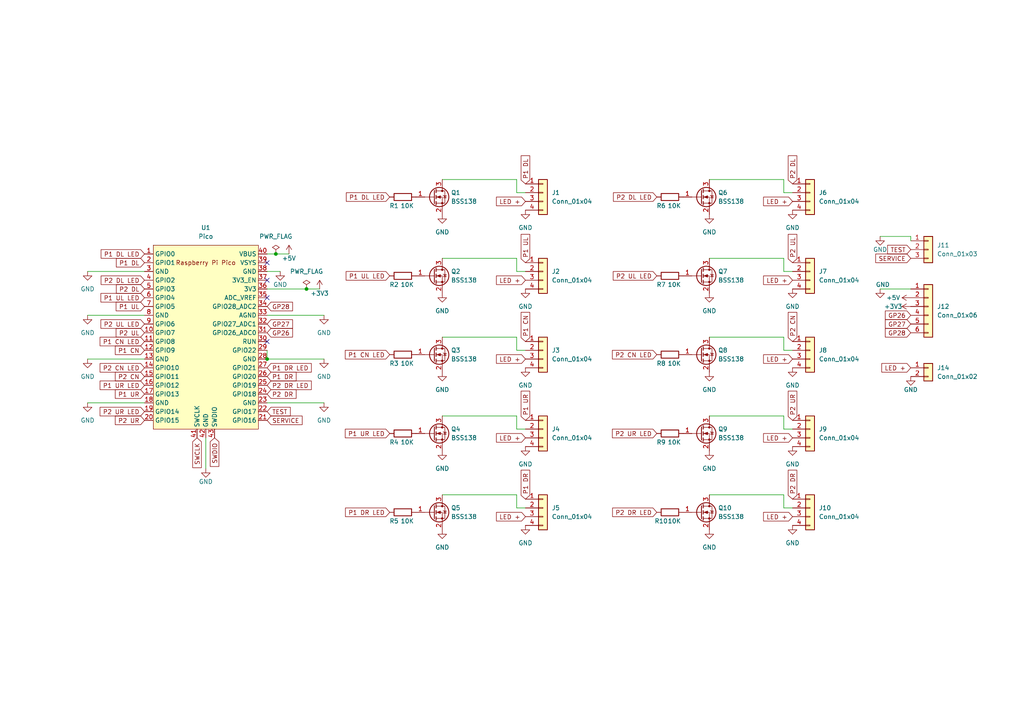
<source format=kicad_sch>
(kicad_sch (version 20211123) (generator eeschema)
  (paper "A4")
  (lib_symbols
    (symbol "Connector_Generic:Conn_01x02" (pin_names (offset 1.016) hide)
      (property "Reference" "J" (at 0 2.54 0))
      (property "Value" "Conn_01x02" (at 0 -5.08 0))
      (symbol "Conn_01x02_1_1"
        (rectangle (start -1.27 -2.413) (end 0 -2.667) (stroke (width 0.1524)))
        (rectangle (start -1.27 0.127) (end 0 -0.127) (stroke (width 0.1524)))
        (rectangle (start -1.27 1.27) (end 1.27 -3.81) (stroke (width 0.254)) (fill (type background)))
        (pin passive line (at -5.08 0 0) (length 3.81) (name "Pin_1") (number "1"))
        (pin passive line (at -5.08 -2.54 0) (length 3.81) (name "Pin_2") (number "2"))
      )
    )
    (symbol "Connector_Generic:Conn_01x03" (pin_names (offset 1.016) hide)
      (property "Reference" "J" (at 0 5.08 0))
      (property "Value" "Conn_01x03" (at 0 -5.08 0))
      (symbol "Conn_01x03_1_1"
        (rectangle (start -1.27 -2.413) (end 0 -2.667) (stroke (width 0.1524)))
        (rectangle (start -1.27 0.127) (end 0 -0.127) (stroke (width 0.1524)))
        (rectangle (start -1.27 2.667) (end 0 2.413) (stroke (width 0.1524)))
        (rectangle (start -1.27 3.81) (end 1.27 -3.81) (stroke (width 0.254)) (fill (type background)))
        (pin passive line (at -5.08 2.54 0) (length 3.81) (name "Pin_1") (number "1"))
        (pin passive line (at -5.08 0 0) (length 3.81) (name "Pin_2") (number "2"))
        (pin passive line (at -5.08 -2.54 0) (length 3.81) (name "Pin_3") (number "3"))
      )
    )
    (symbol "Connector_Generic:Conn_01x04" (pin_names (offset 1.016) hide)
      (property "Reference" "J" (at 0 5.08 0))
      (property "Value" "Conn_01x04" (at 0 -7.62 0))
      (symbol "Conn_01x04_1_1"
        (rectangle (start -1.27 -4.953) (end 0 -5.207) (stroke (width 0.1524)))
        (rectangle (start -1.27 -2.413) (end 0 -2.667) (stroke (width 0.1524)))
        (rectangle (start -1.27 0.127) (end 0 -0.127) (stroke (width 0.1524)))
        (rectangle (start -1.27 2.667) (end 0 2.413) (stroke (width 0.1524)))
        (rectangle (start -1.27 3.81) (end 1.27 -6.35) (stroke (width 0.254)) (fill (type background)))
        (pin passive line (at -5.08 2.54 0) (length 3.81) (name "Pin_1") (number "1"))
        (pin passive line (at -5.08 0 0) (length 3.81) (name "Pin_2") (number "2"))
        (pin passive line (at -5.08 -2.54 0) (length 3.81) (name "Pin_3") (number "3"))
        (pin passive line (at -5.08 -5.08 0) (length 3.81) (name "Pin_4") (number "4"))
      )
    )
    (symbol "Connector_Generic:Conn_01x06" (pin_names (offset 1.016) hide)
      (property "Reference" "J" (at 0 7.62 0))
      (property "Value" "Conn_01x06" (at 0 -10.16 0))
      (symbol "Conn_01x06_1_1"
        (rectangle (start -1.27 -7.493) (end 0 -7.747) (stroke (width 0.1524)))
        (rectangle (start -1.27 -4.953) (end 0 -5.207) (stroke (width 0.1524)))
        (rectangle (start -1.27 -2.413) (end 0 -2.667) (stroke (width 0.1524)))
        (rectangle (start -1.27 0.127) (end 0 -0.127) (stroke (width 0.1524)))
        (rectangle (start -1.27 2.667) (end 0 2.413) (stroke (width 0.1524)))
        (rectangle (start -1.27 5.207) (end 0 4.953) (stroke (width 0.1524)))
        (rectangle (start -1.27 6.35) (end 1.27 -8.89) (stroke (width 0.254)) (fill (type background)))
        (pin passive line (at -5.08 5.08 0) (length 3.81) (name "Pin_1") (number "1"))
        (pin passive line (at -5.08 2.54 0) (length 3.81) (name "Pin_2") (number "2"))
        (pin passive line (at -5.08 0 0) (length 3.81) (name "Pin_3") (number "3"))
        (pin passive line (at -5.08 -2.54 0) (length 3.81) (name "Pin_4") (number "4"))
        (pin passive line (at -5.08 -5.08 0) (length 3.81) (name "Pin_5") (number "5"))
        (pin passive line (at -5.08 -7.62 0) (length 3.81) (name "Pin_6") (number "6"))
      )
    )
    (symbol "Device:R" (pin_numbers hide) (pin_names (offset 0))
      (property "Reference" "R" (at 2.032 0 90))
      (property "Value" "R" (at 0 0 90))
      (symbol "R_0_1"
        (rectangle (start -1.016 -2.54) (end 1.016 2.54) (stroke (width 0.254)))
      )
      (symbol "R_1_1"
        (pin passive line (at 0 3.81 270) (length 1.27) (name "~") (number "1"))
        (pin passive line (at 0 -3.81 90) (length 1.27) (name "~") (number "2"))
      )
    )
    (symbol "MCU_RaspberryPi_and_Boards:Pico"
      (property "Reference" "U" (at -13.97 27.94 0))
      (property "Value" "Pico" (at 0 19.05 0))
      (symbol "Pico_0_0"
        (text "Raspberry Pi Pico" (at 0 21.59 0) (effects (font (size 1.27 1.27))))
      )
      (symbol "Pico_0_1"
        (rectangle (start -15.24 26.67) (end 15.24 -26.67) (fill (type background)))
      )
      (symbol "Pico_1_1"
        (pin bidirectional line (at -17.78 24.13 0) (length 2.54) (name "GPIO0") (number "1"))
        (pin bidirectional line (at -17.78 1.27 0) (length 2.54) (name "GPIO7") (number "10"))
        (pin bidirectional line (at -17.78 -1.27 0) (length 2.54) (name "GPIO8") (number "11"))
        (pin bidirectional line (at -17.78 -3.81 0) (length 2.54) (name "GPIO9") (number "12"))
        (pin power_in line (at -17.78 -6.35 0) (length 2.54) (name "GND") (number "13"))
        (pin bidirectional line (at -17.78 -8.89 0) (length 2.54) (name "GPIO10") (number "14"))
        (pin bidirectional line (at -17.78 -11.43 0) (length 2.54) (name "GPIO11") (number "15"))
        (pin bidirectional line (at -17.78 -13.97 0) (length 2.54) (name "GPIO12") (number "16"))
        (pin bidirectional line (at -17.78 -16.51 0) (length 2.54) (name "GPIO13") (number "17"))
        (pin power_in line (at -17.78 -19.05 0) (length 2.54) (name "GND") (number "18"))
        (pin bidirectional line (at -17.78 -21.59 0) (length 2.54) (name "GPIO14") (number "19"))
        (pin bidirectional line (at -17.78 21.59 0) (length 2.54) (name "GPIO1") (number "2"))
        (pin bidirectional line (at -17.78 -24.13 0) (length 2.54) (name "GPIO15") (number "20"))
        (pin bidirectional line (at 17.78 -24.13 180) (length 2.54) (name "GPIO16") (number "21"))
        (pin bidirectional line (at 17.78 -21.59 180) (length 2.54) (name "GPIO17") (number "22"))
        (pin power_in line (at 17.78 -19.05 180) (length 2.54) (name "GND") (number "23"))
        (pin bidirectional line (at 17.78 -16.51 180) (length 2.54) (name "GPIO18") (number "24"))
        (pin bidirectional line (at 17.78 -13.97 180) (length 2.54) (name "GPIO19") (number "25"))
        (pin bidirectional line (at 17.78 -11.43 180) (length 2.54) (name "GPIO20") (number "26"))
        (pin bidirectional line (at 17.78 -8.89 180) (length 2.54) (name "GPIO21") (number "27"))
        (pin power_in line (at 17.78 -6.35 180) (length 2.54) (name "GND") (number "28"))
        (pin bidirectional line (at 17.78 -3.81 180) (length 2.54) (name "GPIO22") (number "29"))
        (pin power_in line (at -17.78 19.05 0) (length 2.54) (name "GND") (number "3"))
        (pin input line (at 17.78 -1.27 180) (length 2.54) (name "RUN") (number "30"))
        (pin bidirectional line (at 17.78 1.27 180) (length 2.54) (name "GPIO26_ADC0") (number "31"))
        (pin bidirectional line (at 17.78 3.81 180) (length 2.54) (name "GPIO27_ADC1") (number "32"))
        (pin power_in line (at 17.78 6.35 180) (length 2.54) (name "AGND") (number "33"))
        (pin bidirectional line (at 17.78 8.89 180) (length 2.54) (name "GPIO28_ADC2") (number "34"))
        (pin power_in line (at 17.78 11.43 180) (length 2.54) (name "ADC_VREF") (number "35"))
        (pin power_in line (at 17.78 13.97 180) (length 2.54) (name "3V3") (number "36"))
        (pin input line (at 17.78 16.51 180) (length 2.54) (name "3V3_EN") (number "37"))
        (pin bidirectional line (at 17.78 19.05 180) (length 2.54) (name "GND") (number "38"))
        (pin power_in line (at 17.78 21.59 180) (length 2.54) (name "VSYS") (number "39"))
        (pin bidirectional line (at -17.78 16.51 0) (length 2.54) (name "GPIO2") (number "4"))
        (pin power_in line (at 17.78 24.13 180) (length 2.54) (name "VBUS") (number "40"))
        (pin input line (at -2.54 -29.21 90) (length 2.54) (name "SWCLK") (number "41"))
        (pin power_in line (at 0 -29.21 90) (length 2.54) (name "GND") (number "42"))
        (pin bidirectional line (at 2.54 -29.21 90) (length 2.54) (name "SWDIO") (number "43"))
        (pin bidirectional line (at -17.78 13.97 0) (length 2.54) (name "GPIO3") (number "5"))
        (pin bidirectional line (at -17.78 11.43 0) (length 2.54) (name "GPIO4") (number "6"))
        (pin bidirectional line (at -17.78 8.89 0) (length 2.54) (name "GPIO5") (number "7"))
        (pin power_in line (at -17.78 6.35 0) (length 2.54) (name "GND") (number "8"))
        (pin bidirectional line (at -17.78 3.81 0) (length 2.54) (name "GPIO6") (number "9"))
      )
    )
    (symbol "Transistor_FET:BSS138" (pin_names hide)
      (property "Reference" "Q" (at 5.08 1.905 0))
      (property "Value" "BSS138" (at 5.08 0 0))
      (symbol "BSS138_0_1"
        (polyline (pts (xy 0.254 0) (xy -2.54 0)))
        (polyline (pts (xy 0.254 1.905) (xy 0.254 -1.905)) (stroke (width 0.254)))
        (polyline (pts (xy 0.762 -1.27) (xy 0.762 -2.286)) (stroke (width 0.254)))
        (polyline (pts (xy 0.762 0.508) (xy 0.762 -0.508)) (stroke (width 0.254)))
        (polyline (pts (xy 0.762 2.286) (xy 0.762 1.27)) (stroke (width 0.254)))
        (polyline (pts (xy 2.54 2.54) (xy 2.54 1.778)))
        (polyline (pts (xy 2.54 -2.54) (xy 2.54 0) (xy 0.762 0)))
        (polyline (pts (xy 0.762 -1.778) (xy 3.302 -1.778) (xy 3.302 1.778) (xy 0.762 1.778)))
        (polyline (pts (xy 1.016 0) (xy 2.032 0.381) (xy 2.032 -0.381) (xy 1.016 0)) (fill (type outline)))
        (polyline (pts (xy 2.794 0.508) (xy 2.921 0.381) (xy 3.683 0.381) (xy 3.81 0.254)))
        (polyline (pts (xy 3.302 0.381) (xy 2.921 -0.254) (xy 3.683 -0.254) (xy 3.302 0.381)))
        (circle (center 1.651 0) (radius 2.794) (stroke (width 0.254)))
        (circle (center 2.54 -1.778) (radius 0.254) (fill (type outline)))
        (circle (center 2.54 1.778) (radius 0.254) (fill (type outline)))
      )
      (symbol "BSS138_1_1"
        (pin input line (at -5.08 0 0) (length 2.54) (name "G") (number "1"))
        (pin passive line (at 2.54 -5.08 90) (length 2.54) (name "S") (number "2"))
        (pin passive line (at 2.54 5.08 270) (length 2.54) (name "D") (number "3"))
      )
    )
    (symbol "power:+3V3" (power) (pin_names (offset 0))
      (property "Value" "+3V3" (at 0 3.556 0))
      (symbol "+3V3_0_1"
        (polyline (pts (xy -0.762 1.27) (xy 0 2.54)))
        (polyline (pts (xy 0 0) (xy 0 2.54)))
        (polyline (pts (xy 0 2.54) (xy 0.762 1.27)))
      )
      (symbol "+3V3_1_1"
        (pin power_in line (at 0 0 90) (length 0) hide (name "+3V3") (number "1"))
      )
    )
    (symbol "power:+5V" (power) (pin_names (offset 0))
      (property "Value" "+5V" (at 0 3.556 0))
      (symbol "+5V_0_1"
        (polyline (pts (xy -0.762 1.27) (xy 0 2.54)))
        (polyline (pts (xy 0 0) (xy 0 2.54)))
        (polyline (pts (xy 0 2.54) (xy 0.762 1.27)))
      )
      (symbol "+5V_1_1"
        (pin power_in line (at 0 0 90) (length 0) hide (name "+5V") (number "1"))
      )
    )
    (symbol "power:GND" (power) (pin_names (offset 0))
      (property "Value" "GND" (at 0 -3.81 0))
      (symbol "GND_0_1"
        (polyline (pts (xy 0 0) (xy 0 -1.27) (xy 1.27 -1.27) (xy 0 -2.54) (xy -1.27 -1.27) (xy 0 -1.27)))
      )
      (symbol "GND_1_1"
        (pin power_in line (at 0 0 270) (length 0) hide (name "GND") (number "1"))
      )
    )
    (symbol "power:PWR_FLAG" (power) (pin_numbers hide) (pin_names (offset 0) hide)
      (property "Value" "PWR_FLAG" (at 0 3.81 0))
      (symbol "PWR_FLAG_0_0"
        (pin power_out line (at 0 0 90) (length 0) (name "pwr") (number "1"))
      )
      (symbol "PWR_FLAG_0_1"
        (polyline (pts (xy 0 0) (xy 0 1.27) (xy -1.016 1.905) (xy 0 2.54) (xy 1.016 1.905) (xy 0 1.27)))
      )
    )
  )
  (junction (at 88.9 83.82))
  (junction (at 80.01 73.66))
  (junction (at 77.47 104.14))
  (no_connect (at 77.47 86.36))
  (no_connect (at 77.47 81.28))
  (no_connect (at 77.47 99.06))
  (no_connect (at 77.47 76.2))
  (wire (pts (xy 149.86 124.46) (xy 152.4 124.46)))
  (wire (pts (xy 264.16 68.58) (xy 264.16 69.85)))
  (wire (pts (xy 128.27 97.79) (xy 149.86 97.79)))
  (wire (pts (xy 25.4 91.44) (xy 41.91 91.44)))
  (wire (pts (xy 227.33 147.32) (xy 229.87 147.32)))
  (wire (pts (xy 227.33 101.6) (xy 229.87 101.6)))
  (wire (pts (xy 205.74 97.79) (xy 227.33 97.79)))
  (wire (pts (xy 205.74 52.07) (xy 227.33 52.07)))
  (wire (pts (xy 149.86 55.88) (xy 152.4 55.88)))
  (wire (pts (xy 205.74 74.93) (xy 227.33 74.93)))
  (wire (pts (xy 227.33 124.46) (xy 229.87 124.46)))
  (wire (pts (xy 227.33 52.07) (xy 227.33 55.88)))
  (wire (pts (xy 149.86 143.51) (xy 149.86 147.32)))
  (wire (pts (xy 59.69 135.89) (xy 59.69 127)))
  (wire (pts (xy 25.4 116.84) (xy 41.91 116.84)))
  (wire (pts (xy 25.4 104.14) (xy 41.91 104.14)))
  (wire (pts (xy 205.74 143.51) (xy 227.33 143.51)))
  (wire (pts (xy 227.33 55.88) (xy 229.87 55.88)))
  (wire (pts (xy 77.47 83.82) (xy 88.9 83.82)))
  (wire (pts (xy 77.47 116.84) (xy 93.98 116.84)))
  (wire (pts (xy 149.86 120.65) (xy 149.86 124.46)))
  (wire (pts (xy 77.47 91.44) (xy 93.98 91.44)))
  (wire (pts (xy 227.33 143.51) (xy 227.33 147.32)))
  (wire (pts (xy 77.47 73.66) (xy 80.01 73.66)))
  (wire (pts (xy 128.27 143.51) (xy 149.86 143.51)))
  (wire (pts (xy 88.9 83.82) (xy 92.71 83.82)))
  (wire (pts (xy 227.33 97.79) (xy 227.33 101.6)))
  (wire (pts (xy 205.74 120.65) (xy 227.33 120.65)))
  (wire (pts (xy 149.86 52.07) (xy 149.86 55.88)))
  (wire (pts (xy 77.47 78.74) (xy 81.28 78.74)))
  (wire (pts (xy 149.86 78.74) (xy 152.4 78.74)))
  (wire (pts (xy 255.27 68.58) (xy 264.16 68.58)))
  (wire (pts (xy 255.27 83.82) (xy 264.16 83.82)))
  (wire (pts (xy 227.33 74.93) (xy 227.33 78.74)))
  (wire (pts (xy 77.47 104.14) (xy 93.98 104.14)))
  (wire (pts (xy 128.27 120.65) (xy 149.86 120.65)))
  (wire (pts (xy 149.86 101.6) (xy 152.4 101.6)))
  (wire (pts (xy 149.86 74.93) (xy 149.86 78.74)))
  (wire (pts (xy 80.01 73.66) (xy 83.82 73.66)))
  (wire (pts (xy 149.86 147.32) (xy 152.4 147.32)))
  (wire (pts (xy 77.47 101.6) (xy 77.47 104.14)))
  (wire (pts (xy 128.27 52.07) (xy 149.86 52.07)))
  (wire (pts (xy 227.33 78.74) (xy 229.87 78.74)))
  (wire (pts (xy 149.86 97.79) (xy 149.86 101.6)))
  (wire (pts (xy 227.33 120.65) (xy 227.33 124.46)))
  (wire (pts (xy 25.4 78.74) (xy 41.91 78.74)))
  (wire (pts (xy 128.27 74.93) (xy 149.86 74.93)))
  (global_label "P2 DL" (shape input) (at 41.91 83.82 180) (property "Intersheet References" "${INTERSHEET_REFS}" (effects hide)))
  (global_label "P2 DR LED" (shape input) (at 190.5 148.59 180) (property "Intersheet References" "${INTERSHEET_REFS}" (effects hide)))
  (global_label "P1 DR" (shape input) (at 152.4 144.78 90) (property "Intersheet References" "${INTERSHEET_REFS}" (effects hide)))
  (global_label "P2 UL LED" (shape input) (at 190.5 80.01 180) (property "Intersheet References" "${INTERSHEET_REFS}" (effects hide)))
  (global_label "P1 UL LED" (shape input) (at 113.03 80.01 180) (property "Intersheet References" "${INTERSHEET_REFS}" (effects hide)))
  (global_label "P1 DR LED" (shape input) (at 113.03 148.59 180) (property "Intersheet References" "${INTERSHEET_REFS}" (effects hide)))
  (global_label "GP27" (shape input) (at 264.16 93.98 180) (property "Intersheet References" "${INTERSHEET_REFS}" (effects hide)))
  (global_label "P2 CN" (shape input) (at 41.91 109.22 180) (property "Intersheet References" "${INTERSHEET_REFS}" (effects hide)))
  (global_label "P1 CN" (shape input) (at 152.4 99.06 90) (property "Intersheet References" "${INTERSHEET_REFS}" (effects hide)))
  (global_label "LED +" (shape input) (at 152.4 127 180) (property "Intersheet References" "${INTERSHEET_REFS}" (effects hide)))
  (global_label "P2 UR LED" (shape input) (at 41.91 119.38 180) (property "Intersheet References" "${INTERSHEET_REFS}" (effects hide)))
  (global_label "LED +" (shape input) (at 229.87 127 180) (property "Intersheet References" "${INTERSHEET_REFS}" (effects hide)))
  (global_label "SWCLK" (shape input) (at 57.15 127 270) (property "Intersheet References" "${INTERSHEET_REFS}" (effects hide)))
  (global_label "P2 UR" (shape input) (at 229.87 121.92 90) (property "Intersheet References" "${INTERSHEET_REFS}" (effects hide)))
  (global_label "P1 DR" (shape input) (at 77.47 109.22 0) (property "Intersheet References" "${INTERSHEET_REFS}" (effects hide)))
  (global_label "GP28" (shape input) (at 264.16 96.52 180) (property "Intersheet References" "${INTERSHEET_REFS}" (effects hide)))
  (global_label "P2 UL" (shape input) (at 41.91 96.52 180) (property "Intersheet References" "${INTERSHEET_REFS}" (effects hide)))
  (global_label "P1 UL" (shape input) (at 152.4 76.2 90) (property "Intersheet References" "${INTERSHEET_REFS}" (effects hide)))
  (global_label "P2 CN LED" (shape input) (at 190.5 102.87 180) (property "Intersheet References" "${INTERSHEET_REFS}" (effects hide)))
  (global_label "P1 UR" (shape input) (at 41.91 114.3 180) (property "Intersheet References" "${INTERSHEET_REFS}" (effects hide)))
  (global_label "SERVICE" (shape input) (at 264.16 74.93 180) (property "Intersheet References" "${INTERSHEET_REFS}" (effects hide)))
  (global_label "P1 UL LED" (shape input) (at 41.91 86.36 180) (property "Intersheet References" "${INTERSHEET_REFS}" (effects hide)))
  (global_label "P1 UL" (shape input) (at 41.91 88.9 180) (property "Intersheet References" "${INTERSHEET_REFS}" (effects hide)))
  (global_label "LED +" (shape input) (at 152.4 104.14 180) (property "Intersheet References" "${INTERSHEET_REFS}" (effects hide)))
  (global_label "P2 UR LED" (shape input) (at 190.5 125.73 180) (property "Intersheet References" "${INTERSHEET_REFS}" (effects hide)))
  (global_label "P1 DL" (shape input) (at 152.4 53.34 90) (property "Intersheet References" "${INTERSHEET_REFS}" (effects hide)))
  (global_label "P1 DL" (shape input) (at 41.91 76.2 180) (property "Intersheet References" "${INTERSHEET_REFS}" (effects hide)))
  (global_label "LED +" (shape input) (at 152.4 58.42 180) (property "Intersheet References" "${INTERSHEET_REFS}" (effects hide)))
  (global_label "LED +" (shape input) (at 229.87 149.86 180) (property "Intersheet References" "${INTERSHEET_REFS}" (effects hide)))
  (global_label "LED +" (shape input) (at 152.4 81.28 180) (property "Intersheet References" "${INTERSHEET_REFS}" (effects hide)))
  (global_label "P2 UL" (shape input) (at 229.87 76.2 90) (property "Intersheet References" "${INTERSHEET_REFS}" (effects hide)))
  (global_label "SWDIO" (shape input) (at 62.23 127 270) (property "Intersheet References" "${INTERSHEET_REFS}" (effects hide)))
  (global_label "LED +" (shape input) (at 229.87 58.42 180) (property "Intersheet References" "${INTERSHEET_REFS}" (effects hide)))
  (global_label "P2 UR" (shape input) (at 41.91 121.92 180) (property "Intersheet References" "${INTERSHEET_REFS}" (effects hide)))
  (global_label "P2 DL" (shape input) (at 229.87 53.34 90) (property "Intersheet References" "${INTERSHEET_REFS}" (effects hide)))
  (global_label "TEST" (shape input) (at 264.16 72.39 180) (property "Intersheet References" "${INTERSHEET_REFS}" (effects hide)))
  (global_label "P2 CN" (shape input) (at 229.87 99.06 90) (property "Intersheet References" "${INTERSHEET_REFS}" (effects hide)))
  (global_label "P2 DR" (shape input) (at 229.87 144.78 90) (property "Intersheet References" "${INTERSHEET_REFS}" (effects hide)))
  (global_label "GP27" (shape input) (at 77.47 93.98 0) (property "Intersheet References" "${INTERSHEET_REFS}" (effects hide)))
  (global_label "LED +" (shape input) (at 264.16 106.68 180) (property "Intersheet References" "${INTERSHEET_REFS}" (effects hide)))
  (global_label "P1 UR LED" (shape input) (at 41.91 111.76 180) (property "Intersheet References" "${INTERSHEET_REFS}" (effects hide)))
  (global_label "SERVICE" (shape input) (at 77.47 121.92 0) (property "Intersheet References" "${INTERSHEET_REFS}" (effects hide)))
  (global_label "P2 UL LED" (shape input) (at 41.91 93.98 180) (property "Intersheet References" "${INTERSHEET_REFS}" (effects hide)))
  (global_label "P2 DR" (shape input) (at 77.47 114.3 0) (property "Intersheet References" "${INTERSHEET_REFS}" (effects hide)))
  (global_label "P1 CN LED" (shape input) (at 41.91 99.06 180) (property "Intersheet References" "${INTERSHEET_REFS}" (effects hide)))
  (global_label "GP28" (shape input) (at 77.47 88.9 0) (property "Intersheet References" "${INTERSHEET_REFS}" (effects hide)))
  (global_label "LED +" (shape input) (at 229.87 81.28 180) (property "Intersheet References" "${INTERSHEET_REFS}" (effects hide)))
  (global_label "P1 UR LED" (shape input) (at 113.03 125.73 180) (property "Intersheet References" "${INTERSHEET_REFS}" (effects hide)))
  (global_label "P2 DR LED" (shape input) (at 77.47 111.76 0) (property "Intersheet References" "${INTERSHEET_REFS}" (effects hide)))
  (global_label "P2 DL LED" (shape input) (at 190.5 57.15 180) (property "Intersheet References" "${INTERSHEET_REFS}" (effects hide)))
  (global_label "GP26" (shape input) (at 264.16 91.44 180) (property "Intersheet References" "${INTERSHEET_REFS}" (effects hide)))
  (global_label "P1 DL LED" (shape input) (at 41.91 73.66 180) (property "Intersheet References" "${INTERSHEET_REFS}" (effects hide)))
  (global_label "TEST" (shape input) (at 77.47 119.38 0) (property "Intersheet References" "${INTERSHEET_REFS}" (effects hide)))
  (global_label "LED +" (shape input) (at 152.4 149.86 180) (property "Intersheet References" "${INTERSHEET_REFS}" (effects hide)))
  (global_label "P1 DR LED" (shape input) (at 77.47 106.68 0) (property "Intersheet References" "${INTERSHEET_REFS}" (effects hide)))
  (global_label "P1 CN LED" (shape input) (at 113.03 102.87 180) (property "Intersheet References" "${INTERSHEET_REFS}" (effects hide)))
  (global_label "P1 DL LED" (shape input) (at 113.03 57.15 180) (property "Intersheet References" "${INTERSHEET_REFS}" (effects hide)))
  (global_label "P1 UR" (shape input) (at 152.4 121.92 90) (property "Intersheet References" "${INTERSHEET_REFS}" (effects hide)))
  (global_label "P2 DL LED" (shape input) (at 41.91 81.28 180) (property "Intersheet References" "${INTERSHEET_REFS}" (effects hide)))
  (global_label "LED +" (shape input) (at 229.87 104.14 180) (property "Intersheet References" "${INTERSHEET_REFS}" (effects hide)))
  (global_label "P1 CN" (shape input) (at 41.91 101.6 180) (property "Intersheet References" "${INTERSHEET_REFS}" (effects hide)))
  (global_label "P2 CN LED" (shape input) (at 41.91 106.68 180) (property "Intersheet References" "${INTERSHEET_REFS}" (effects hide)))
  (global_label "GP26" (shape input) (at 77.47 96.52 0) (property "Intersheet References" "${INTERSHEET_REFS}" (effects hide)))
  (symbol (lib_id "power:GND") (at 205.74 153.67 0) (unit 1)
    (property "Reference" "#PWR020" (effects hide))
    (property "Value" "GND" (at 205.74 158.75 0))
  )
  (symbol (lib_id "power:GND") (at 255.27 83.82 0) (unit 1)
    (property "Reference" "#PWR0117" (effects hide))
    (property "Value" "GND" (at 254 82.55 0) (effects (justify left)))
  )
  (symbol (lib_id "Device:R") (at 194.31 57.15 90) (unit 1)
    (property "Reference" "R6" (at 191.77 59.69 90))
    (property "Value" "10K" (at 195.58 59.69 90))
    (property "Footprint" "Resistor_THT:R_Axial_DIN0207_L6.3mm_D2.5mm_P7.62mm_Horizontal" (effects hide))
  )
  (symbol (lib_id "power:GND") (at 128.27 153.67 0) (unit 1)
    (property "Reference" "#PWR05" (effects hide))
    (property "Value" "GND" (at 128.27 158.75 0))
  )
  (symbol (lib_id "Connector_Generic:Conn_01x04") (at 157.48 78.74 0) (unit 1)
    (property "Reference" "J2" (at 160.02 78.7399 0) (effects (justify left)))
    (property "Value" "Conn_01x04" (at 160.02 81.2799 0) (effects (justify left)))
    (property "Footprint" "Connector_JST:JST_XH_B4B-XH-A_1x04_P2.50mm_Vertical" (effects hide))
  )
  (symbol (lib_id "power:GND") (at 81.28 78.74 0) (unit 1)
    (property "Reference" "#PWR0124" (effects hide))
    (property "Value" "GND" (at 81.28 82.55 0))
  )
  (symbol (lib_id "Transistor_FET:BSS138") (at 125.73 80.01 0) (unit 1)
    (property "Reference" "Q2" (at 130.81 78.74 0) (effects (justify left)))
    (property "Value" "BSS138" (at 130.81 81.28 0) (effects (justify left)))
    (property "Footprint" "Package_TO_SOT_THT:TO-92L_Inline" (effects hide))
    (property "Datasheet" "https://www.onsemi.com/pub/Collateral/BSS138-D.PDF" (effects hide))
  )
  (symbol (lib_id "Connector_Generic:Conn_01x04") (at 157.48 101.6 0) (unit 1)
    (property "Reference" "J3" (at 160.02 101.5999 0) (effects (justify left)))
    (property "Value" "Conn_01x04" (at 160.02 104.1399 0) (effects (justify left)))
    (property "Footprint" "Connector_JST:JST_XH_B4B-XH-A_1x04_P2.50mm_Vertical" (effects hide))
  )
  (symbol (lib_id "power:+3V3") (at 92.71 83.82 0) (unit 1)
    (property "Reference" "#PWR0125" (effects hide))
    (property "Value" "+3V3" (at 92.71 85.09 0))
  )
  (symbol (lib_id "Device:R") (at 194.31 148.59 90) (unit 1)
    (property "Reference" "R10" (at 191.77 151.13 90))
    (property "Value" "10K" (at 195.58 151.13 90))
    (property "Footprint" "Resistor_THT:R_Axial_DIN0207_L6.3mm_D2.5mm_P7.62mm_Horizontal" (effects hide))
  )
  (symbol (lib_id "power:GND") (at 93.98 91.44 0) (unit 1)
    (property "Reference" "#PWR0123" (effects hide))
    (property "Value" "GND" (at 93.98 96.52 0))
  )
  (symbol (lib_id "Connector_Generic:Conn_01x04") (at 234.95 101.6 0) (unit 1)
    (property "Reference" "J8" (at 237.49 101.5999 0) (effects (justify left)))
    (property "Value" "Conn_01x04" (at 237.49 104.1399 0) (effects (justify left)))
    (property "Footprint" "Connector_JST:JST_XH_B4B-XH-A_1x04_P2.50mm_Vertical" (effects hide))
  )
  (symbol (lib_id "Device:R") (at 116.84 57.15 90) (unit 1)
    (property "Reference" "R1" (at 114.3 59.69 90))
    (property "Value" "10K" (at 118.11 59.69 90))
    (property "Footprint" "Resistor_THT:R_Axial_DIN0207_L6.3mm_D2.5mm_P7.62mm_Horizontal" (effects hide))
  )
  (symbol (lib_id "Device:R") (at 194.31 102.87 90) (unit 1)
    (property "Reference" "R8" (at 191.77 105.41 90))
    (property "Value" "10K" (at 195.58 105.41 90))
    (property "Footprint" "Resistor_THT:R_Axial_DIN0207_L6.3mm_D2.5mm_P7.62mm_Horizontal" (effects hide))
  )
  (symbol (lib_id "power:GND") (at 128.27 85.09 0) (unit 1)
    (property "Reference" "#PWR02" (effects hide))
    (property "Value" "GND" (at 128.27 90.17 0))
  )
  (symbol (lib_id "power:GND") (at 229.87 106.68 0) (unit 1)
    (property "Reference" "#PWR028" (effects hide))
    (property "Value" "GND" (at 229.87 111.76 0))
  )
  (symbol (lib_id "power:GND") (at 264.16 109.22 0) (unit 1)
    (property "Reference" "#PWR0105" (effects hide))
    (property "Value" "GND" (at 264.16 113.03 0))
  )
  (symbol (lib_id "power:GND") (at 25.4 104.14 0) (unit 1)
    (property "Reference" "#PWR0103" (effects hide))
    (property "Value" "GND" (at 25.4 109.22 0))
  )
  (symbol (lib_id "power:GND") (at 93.98 104.14 0) (unit 1)
    (property "Reference" "#PWR0121" (effects hide))
    (property "Value" "GND" (at 93.98 109.22 0))
  )
  (symbol (lib_id "power:+5V") (at 264.16 86.36 90) (unit 1)
    (property "Reference" "#PWR0116" (effects hide))
    (property "Value" "+5V" (at 259.08 86.36 90))
  )
  (symbol (lib_id "power:PWR_FLAG") (at 88.9 83.82 0) (unit 1)
    (property "Reference" "#FLG0102" (effects hide))
    (property "Value" "PWR_FLAG" (at 88.9 78.74 0))
  )
  (symbol (lib_id "Connector_Generic:Conn_01x04") (at 157.48 124.46 0) (unit 1)
    (property "Reference" "J4" (at 160.02 124.4599 0) (effects (justify left)))
    (property "Value" "Conn_01x04" (at 160.02 126.9999 0) (effects (justify left)))
    (property "Footprint" "Connector_JST:JST_XH_B4B-XH-A_1x04_P2.50mm_Vertical" (effects hide))
  )
  (symbol (lib_id "power:GND") (at 229.87 60.96 0) (unit 1)
    (property "Reference" "#PWR026" (effects hide))
    (property "Value" "GND" (at 229.87 66.04 0))
  )
  (symbol (lib_id "power:GND") (at 25.4 116.84 0) (unit 1)
    (property "Reference" "#PWR0104" (effects hide))
    (property "Value" "GND" (at 25.4 121.92 0))
  )
  (symbol (lib_id "MCU_RaspberryPi_and_Boards:Pico") (at 59.69 97.79 0) (unit 1)
    (property "Reference" "U1" (at 59.69 66.04 0))
    (property "Value" "Pico" (at 59.69 68.58 0))
    (property "Footprint" "MCU_RaspberryPi_and_Boards:RPi_Pico_SMD_TH" (effects hide))
  )
  (symbol (lib_id "power:GND") (at 128.27 62.23 0) (unit 1)
    (property "Reference" "#PWR01" (effects hide))
    (property "Value" "GND" (at 128.27 67.31 0))
  )
  (symbol (lib_id "power:GND") (at 25.4 91.44 0) (unit 1)
    (property "Reference" "#PWR0101" (effects hide))
    (property "Value" "GND" (at 25.4 96.52 0))
  )
  (symbol (lib_id "Device:R") (at 116.84 125.73 90) (unit 1)
    (property "Reference" "R4" (at 114.3 128.27 90))
    (property "Value" "10K" (at 118.11 128.27 90))
    (property "Footprint" "Resistor_THT:R_Axial_DIN0207_L6.3mm_D2.5mm_P7.62mm_Horizontal" (effects hide))
  )
  (symbol (lib_id "power:+3V3") (at 264.16 88.9 90) (unit 1)
    (property "Reference" "#PWR0115" (effects hide))
    (property "Value" "+3V3" (at 259.08 88.9 90))
  )
  (symbol (lib_id "power:GND") (at 205.74 130.81 0) (unit 1)
    (property "Reference" "#PWR019" (effects hide))
    (property "Value" "GND" (at 205.74 135.89 0))
  )
  (symbol (lib_id "Connector_Generic:Conn_01x04") (at 234.95 147.32 0) (unit 1)
    (property "Reference" "J10" (at 237.49 147.3199 0) (effects (justify left)))
    (property "Value" "Conn_01x04" (at 237.49 149.8599 0) (effects (justify left)))
    (property "Footprint" "Connector_JST:JST_XH_B4B-XH-A_1x04_P2.50mm_Vertical" (effects hide))
  )
  (symbol (lib_id "power:GND") (at 205.74 107.95 0) (unit 1)
    (property "Reference" "#PWR018" (effects hide))
    (property "Value" "GND" (at 205.74 113.03 0))
  )
  (symbol (lib_id "power:GND") (at 152.4 152.4 0) (unit 1)
    (property "Reference" "#PWR015" (effects hide))
    (property "Value" "GND" (at 152.4 157.48 0))
  )
  (symbol (lib_id "power:GND") (at 229.87 129.54 0) (unit 1)
    (property "Reference" "#PWR029" (effects hide))
    (property "Value" "GND" (at 229.87 134.62 0))
  )
  (symbol (lib_id "Device:R") (at 116.84 80.01 90) (unit 1)
    (property "Reference" "R2" (at 114.3 82.55 90))
    (property "Value" "10K" (at 118.11 82.55 90))
    (property "Footprint" "Resistor_THT:R_Axial_DIN0207_L6.3mm_D2.5mm_P7.62mm_Horizontal" (effects hide))
  )
  (symbol (lib_id "power:GND") (at 59.69 135.89 0) (unit 1)
    (property "Reference" "#PWR0126" (effects hide))
    (property "Value" "GND" (at 59.69 139.7 0))
  )
  (symbol (lib_id "Transistor_FET:BSS138") (at 125.73 57.15 0) (unit 1)
    (property "Reference" "Q1" (at 130.81 55.88 0) (effects (justify left)))
    (property "Value" "BSS138" (at 130.81 58.42 0) (effects (justify left)))
    (property "Footprint" "Package_TO_SOT_THT:TO-92L_Inline" (effects hide))
    (property "Datasheet" "https://www.onsemi.com/pub/Collateral/BSS138-D.PDF" (effects hide))
  )
  (symbol (lib_id "Transistor_FET:BSS138") (at 203.2 57.15 0) (unit 1)
    (property "Reference" "Q6" (at 208.28 55.88 0) (effects (justify left)))
    (property "Value" "BSS138" (at 208.28 58.42 0) (effects (justify left)))
    (property "Footprint" "Package_TO_SOT_THT:TO-92L_Inline" (effects hide))
    (property "Datasheet" "https://www.onsemi.com/pub/Collateral/BSS138-D.PDF" (effects hide))
  )
  (symbol (lib_id "Transistor_FET:BSS138") (at 203.2 102.87 0) (unit 1)
    (property "Reference" "Q8" (at 208.28 101.6 0) (effects (justify left)))
    (property "Value" "BSS138" (at 208.28 104.14 0) (effects (justify left)))
    (property "Footprint" "Package_TO_SOT_THT:TO-92L_Inline" (effects hide))
    (property "Datasheet" "https://www.onsemi.com/pub/Collateral/BSS138-D.PDF" (effects hide))
  )
  (symbol (lib_id "power:GND") (at 229.87 152.4 0) (unit 1)
    (property "Reference" "#PWR030" (effects hide))
    (property "Value" "GND" (at 229.87 157.48 0))
  )
  (symbol (lib_id "Transistor_FET:BSS138") (at 125.73 148.59 0) (unit 1)
    (property "Reference" "Q5" (at 130.81 147.32 0) (effects (justify left)))
    (property "Value" "BSS138" (at 130.81 149.86 0) (effects (justify left)))
    (property "Footprint" "Package_TO_SOT_THT:TO-92L_Inline" (effects hide))
    (property "Datasheet" "https://www.onsemi.com/pub/Collateral/BSS138-D.PDF" (effects hide))
  )
  (symbol (lib_id "power:PWR_FLAG") (at 80.01 73.66 0) (unit 1)
    (property "Reference" "#FLG0101" (effects hide))
    (property "Value" "PWR_FLAG" (at 80.01 68.58 0))
  )
  (symbol (lib_id "power:GND") (at 152.4 83.82 0) (unit 1)
    (property "Reference" "#PWR012" (effects hide))
    (property "Value" "GND" (at 152.4 88.9 0))
  )
  (symbol (lib_id "Transistor_FET:BSS138") (at 203.2 80.01 0) (unit 1)
    (property "Reference" "Q7" (at 208.28 78.74 0) (effects (justify left)))
    (property "Value" "BSS138" (at 208.28 81.28 0) (effects (justify left)))
    (property "Footprint" "Package_TO_SOT_THT:TO-92L_Inline" (effects hide))
    (property "Datasheet" "https://www.onsemi.com/pub/Collateral/BSS138-D.PDF" (effects hide))
  )
  (symbol (lib_id "power:GND") (at 152.4 129.54 0) (unit 1)
    (property "Reference" "#PWR014" (effects hide))
    (property "Value" "GND" (at 152.4 134.62 0))
  )
  (symbol (lib_id "power:GND") (at 229.87 83.82 0) (unit 1)
    (property "Reference" "#PWR027" (effects hide))
    (property "Value" "GND" (at 229.87 88.9 0))
  )
  (symbol (lib_id "power:GND") (at 128.27 130.81 0) (unit 1)
    (property "Reference" "#PWR04" (effects hide))
    (property "Value" "GND" (at 128.27 135.89 0))
  )
  (symbol (lib_id "Connector_Generic:Conn_01x04") (at 234.95 78.74 0) (unit 1)
    (property "Reference" "J7" (at 237.49 78.7399 0) (effects (justify left)))
    (property "Value" "Conn_01x04" (at 237.49 81.2799 0) (effects (justify left)))
    (property "Footprint" "Connector_JST:JST_XH_B4B-XH-A_1x04_P2.50mm_Vertical" (effects hide))
  )
  (symbol (lib_id "Device:R") (at 194.31 125.73 90) (unit 1)
    (property "Reference" "R9" (at 191.77 128.27 90))
    (property "Value" "10K" (at 195.58 128.27 90))
    (property "Footprint" "Resistor_THT:R_Axial_DIN0207_L6.3mm_D2.5mm_P7.62mm_Horizontal" (effects hide))
  )
  (symbol (lib_id "Device:R") (at 116.84 102.87 90) (unit 1)
    (property "Reference" "R3" (at 114.3 105.41 90))
    (property "Value" "10K" (at 118.11 105.41 90))
    (property "Footprint" "Resistor_THT:R_Axial_DIN0207_L6.3mm_D2.5mm_P7.62mm_Horizontal" (effects hide))
  )
  (symbol (lib_id "power:GND") (at 152.4 60.96 0) (unit 1)
    (property "Reference" "#PWR011" (effects hide))
    (property "Value" "GND" (at 152.4 66.04 0))
  )
  (symbol (lib_id "Transistor_FET:BSS138") (at 125.73 102.87 0) (unit 1)
    (property "Reference" "Q3" (at 130.81 101.6 0) (effects (justify left)))
    (property "Value" "BSS138" (at 130.81 104.14 0) (effects (justify left)))
    (property "Footprint" "Package_TO_SOT_THT:TO-92L_Inline" (effects hide))
    (property "Datasheet" "https://www.onsemi.com/pub/Collateral/BSS138-D.PDF" (effects hide))
  )
  (symbol (lib_id "Device:R") (at 116.84 148.59 90) (unit 1)
    (property "Reference" "R5" (at 114.3 151.13 90))
    (property "Value" "10K" (at 118.11 151.13 90))
    (property "Footprint" "Resistor_THT:R_Axial_DIN0207_L6.3mm_D2.5mm_P7.62mm_Horizontal" (effects hide))
  )
  (symbol (lib_id "Connector_Generic:Conn_01x04") (at 157.48 55.88 0) (unit 1)
    (property "Reference" "J1" (at 160.02 55.8799 0) (effects (justify left)))
    (property "Value" "Conn_01x04" (at 160.02 58.4199 0) (effects (justify left)))
    (property "Footprint" "Connector_JST:JST_XH_B4B-XH-A_1x04_P2.50mm_Vertical" (effects hide))
  )
  (symbol (lib_id "power:GND") (at 25.4 78.74 0) (unit 1)
    (property "Reference" "#PWR0102" (effects hide))
    (property "Value" "GND" (at 25.4 83.82 0))
  )
  (symbol (lib_id "power:GND") (at 93.98 116.84 0) (unit 1)
    (property "Reference" "#PWR0122" (effects hide))
    (property "Value" "GND" (at 93.98 121.92 0))
  )
  (symbol (lib_id "Transistor_FET:BSS138") (at 125.73 125.73 0) (unit 1)
    (property "Reference" "Q4" (at 130.81 124.46 0) (effects (justify left)))
    (property "Value" "BSS138" (at 130.81 127 0) (effects (justify left)))
    (property "Footprint" "Package_TO_SOT_THT:TO-92L_Inline" (effects hide))
    (property "Datasheet" "https://www.onsemi.com/pub/Collateral/BSS138-D.PDF" (effects hide))
  )
  (symbol (lib_id "Transistor_FET:BSS138") (at 203.2 148.59 0) (unit 1)
    (property "Reference" "Q10" (at 208.28 147.32 0) (effects (justify left)))
    (property "Value" "BSS138" (at 208.28 149.86 0) (effects (justify left)))
    (property "Footprint" "Package_TO_SOT_THT:TO-92L_Inline" (effects hide))
    (property "Datasheet" "https://www.onsemi.com/pub/Collateral/BSS138-D.PDF" (effects hide))
  )
  (symbol (lib_id "Device:R") (at 194.31 80.01 90) (unit 1)
    (property "Reference" "R7" (at 191.77 82.55 90))
    (property "Value" "10K" (at 195.58 82.55 90))
    (property "Footprint" "Resistor_THT:R_Axial_DIN0207_L6.3mm_D2.5mm_P7.62mm_Horizontal" (effects hide))
  )
  (symbol (lib_id "power:GND") (at 255.27 68.58 0) (unit 1)
    (property "Reference" "#PWR0118" (effects hide))
    (property "Value" "GND" (at 255.27 72.39 0))
  )
  (symbol (lib_id "Connector_Generic:Conn_01x06") (at 269.24 88.9 0) (unit 1)
    (property "Reference" "J12" (at 271.78 88.8999 0) (effects (justify left)))
    (property "Value" "Conn_01x06" (at 271.78 91.4399 0) (effects (justify left)))
    (property "Footprint" "Connector_JST:JST_XH_B6B-XH-A_1x06_P2.50mm_Vertical" (effects hide))
  )
  (symbol (lib_id "power:+5V") (at 83.82 73.66 0) (unit 1)
    (property "Reference" "#PWR0120" (effects hide))
    (property "Value" "+5V" (at 83.82 74.93 0))
  )
  (symbol (lib_id "Connector_Generic:Conn_01x04") (at 234.95 124.46 0) (unit 1)
    (property "Reference" "J9" (at 237.49 124.4599 0) (effects (justify left)))
    (property "Value" "Conn_01x04" (at 237.49 126.9999 0) (effects (justify left)))
    (property "Footprint" "Connector_JST:JST_XH_B4B-XH-A_1x04_P2.50mm_Vertical" (effects hide))
  )
  (symbol (lib_id "Transistor_FET:BSS138") (at 203.2 125.73 0) (unit 1)
    (property "Reference" "Q9" (at 208.28 124.46 0) (effects (justify left)))
    (property "Value" "BSS138" (at 208.28 127 0) (effects (justify left)))
    (property "Footprint" "Package_TO_SOT_THT:TO-92L_Inline" (effects hide))
    (property "Datasheet" "https://www.onsemi.com/pub/Collateral/BSS138-D.PDF" (effects hide))
  )
  (symbol (lib_id "Connector_Generic:Conn_01x04") (at 157.48 147.32 0) (unit 1)
    (property "Reference" "J5" (at 160.02 147.3199 0) (effects (justify left)))
    (property "Value" "Conn_01x04" (at 160.02 149.8599 0) (effects (justify left)))
    (property "Footprint" "Connector_JST:JST_XH_B4B-XH-A_1x04_P2.50mm_Vertical" (effects hide))
  )
  (symbol (lib_id "power:GND") (at 152.4 106.68 0) (unit 1)
    (property "Reference" "#PWR013" (effects hide))
    (property "Value" "GND" (at 152.4 111.76 0))
  )
  (symbol (lib_id "Connector_Generic:Conn_01x04") (at 234.95 55.88 0) (unit 1)
    (property "Reference" "J6" (at 237.49 55.8799 0) (effects (justify left)))
    (property "Value" "Conn_01x04" (at 237.49 58.4199 0) (effects (justify left)))
    (property "Footprint" "Connector_JST:JST_XH_B4B-XH-A_1x04_P2.50mm_Vertical" (effects hide))
  )
  (symbol (lib_id "power:GND") (at 205.74 62.23 0) (unit 1)
    (property "Reference" "#PWR016" (effects hide))
    (property "Value" "GND" (at 205.74 67.31 0))
  )
  (symbol (lib_id "power:GND") (at 128.27 107.95 0) (unit 1)
    (property "Reference" "#PWR03" (effects hide))
    (property "Value" "GND" (at 128.27 113.03 0))
  )
  (symbol (lib_id "Connector_Generic:Conn_01x03") (at 269.24 72.39 0) (unit 1)
    (property "Reference" "J11" (at 271.78 71.1199 0) (effects (justify left)))
    (property "Value" "Conn_01x03" (at 271.78 73.6599 0) (effects (justify left)))
    (property "Footprint" "Connector_JST:JST_XH_B3B-XH-A_1x03_P2.50mm_Vertical" (effects hide))
  )
  (symbol (lib_id "power:GND") (at 205.74 85.09 0) (unit 1)
    (property "Reference" "#PWR017" (effects hide))
    (property "Value" "GND" (at 205.74 90.17 0))
  )
  (symbol (lib_id "Connector_Generic:Conn_01x02") (at 269.24 106.68 0) (unit 1)
    (property "Reference" "J14" (at 271.78 106.6799 0) (effects (justify left)))
    (property "Value" "Conn_01x02" (at 271.78 109.2199 0) (effects (justify left)))
    (property "Footprint" "Connector_JST:JST_XH_B2B-XH-A_1x02_P2.50mm_Vertical" (effects hide))
  )
)
</source>
